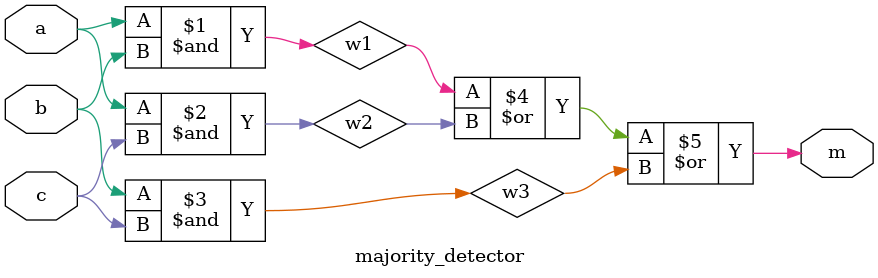
<source format=v>
`timescale 1ns / 1ps


module majority_detector(a,b,c,m);
input a,b,c;
output m;
wire w1,w2,w3;

assign w1 = a&b;  
assign w2 = a&c;
assign w3 = b&c; 

assign m =(w1|w2|w3);



endmodule

</source>
